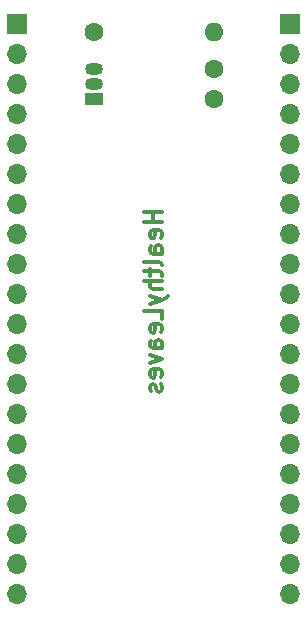
<source format=gbr>
%TF.GenerationSoftware,KiCad,Pcbnew,5.1.8-db9833491~87~ubuntu20.04.1*%
%TF.CreationDate,2020-11-15T22:53:27-05:00*%
%TF.ProjectId,shield,73686965-6c64-42e6-9b69-6361645f7063,rev?*%
%TF.SameCoordinates,Original*%
%TF.FileFunction,Soldermask,Bot*%
%TF.FilePolarity,Negative*%
%FSLAX46Y46*%
G04 Gerber Fmt 4.6, Leading zero omitted, Abs format (unit mm)*
G04 Created by KiCad (PCBNEW 5.1.8-db9833491~87~ubuntu20.04.1) date 2020-11-15 22:53:27*
%MOMM*%
%LPD*%
G01*
G04 APERTURE LIST*
%ADD10C,0.300000*%
%ADD11R,1.700000X1.700000*%
%ADD12O,1.700000X1.700000*%
%ADD13C,1.600000*%
%ADD14O,1.600000X1.600000*%
%ADD15R,1.500000X1.050000*%
%ADD16O,1.500000X1.050000*%
G04 APERTURE END LIST*
D10*
X140378571Y-94028571D02*
X138878571Y-94028571D01*
X139592857Y-94028571D02*
X139592857Y-94885714D01*
X140378571Y-94885714D02*
X138878571Y-94885714D01*
X140307142Y-96171428D02*
X140378571Y-96028571D01*
X140378571Y-95742857D01*
X140307142Y-95600000D01*
X140164285Y-95528571D01*
X139592857Y-95528571D01*
X139450000Y-95600000D01*
X139378571Y-95742857D01*
X139378571Y-96028571D01*
X139450000Y-96171428D01*
X139592857Y-96242857D01*
X139735714Y-96242857D01*
X139878571Y-95528571D01*
X140378571Y-97528571D02*
X139592857Y-97528571D01*
X139450000Y-97457142D01*
X139378571Y-97314285D01*
X139378571Y-97028571D01*
X139450000Y-96885714D01*
X140307142Y-97528571D02*
X140378571Y-97385714D01*
X140378571Y-97028571D01*
X140307142Y-96885714D01*
X140164285Y-96814285D01*
X140021428Y-96814285D01*
X139878571Y-96885714D01*
X139807142Y-97028571D01*
X139807142Y-97385714D01*
X139735714Y-97528571D01*
X140378571Y-98457142D02*
X140307142Y-98314285D01*
X140164285Y-98242857D01*
X138878571Y-98242857D01*
X139378571Y-98814285D02*
X139378571Y-99385714D01*
X138878571Y-99028571D02*
X140164285Y-99028571D01*
X140307142Y-99100000D01*
X140378571Y-99242857D01*
X140378571Y-99385714D01*
X140378571Y-99885714D02*
X138878571Y-99885714D01*
X140378571Y-100528571D02*
X139592857Y-100528571D01*
X139450000Y-100457142D01*
X139378571Y-100314285D01*
X139378571Y-100100000D01*
X139450000Y-99957142D01*
X139521428Y-99885714D01*
X139378571Y-101100000D02*
X140378571Y-101457142D01*
X139378571Y-101814285D02*
X140378571Y-101457142D01*
X140735714Y-101314285D01*
X140807142Y-101242857D01*
X140878571Y-101100000D01*
X140378571Y-103100000D02*
X140378571Y-102385714D01*
X138878571Y-102385714D01*
X140307142Y-104171428D02*
X140378571Y-104028571D01*
X140378571Y-103742857D01*
X140307142Y-103600000D01*
X140164285Y-103528571D01*
X139592857Y-103528571D01*
X139450000Y-103600000D01*
X139378571Y-103742857D01*
X139378571Y-104028571D01*
X139450000Y-104171428D01*
X139592857Y-104242857D01*
X139735714Y-104242857D01*
X139878571Y-103528571D01*
X140378571Y-105528571D02*
X139592857Y-105528571D01*
X139450000Y-105457142D01*
X139378571Y-105314285D01*
X139378571Y-105028571D01*
X139450000Y-104885714D01*
X140307142Y-105528571D02*
X140378571Y-105385714D01*
X140378571Y-105028571D01*
X140307142Y-104885714D01*
X140164285Y-104814285D01*
X140021428Y-104814285D01*
X139878571Y-104885714D01*
X139807142Y-105028571D01*
X139807142Y-105385714D01*
X139735714Y-105528571D01*
X139378571Y-106100000D02*
X140378571Y-106457142D01*
X139378571Y-106814285D01*
X140307142Y-107957142D02*
X140378571Y-107814285D01*
X140378571Y-107528571D01*
X140307142Y-107385714D01*
X140164285Y-107314285D01*
X139592857Y-107314285D01*
X139450000Y-107385714D01*
X139378571Y-107528571D01*
X139378571Y-107814285D01*
X139450000Y-107957142D01*
X139592857Y-108028571D01*
X139735714Y-108028571D01*
X139878571Y-107314285D01*
X140307142Y-108600000D02*
X140378571Y-108742857D01*
X140378571Y-109028571D01*
X140307142Y-109171428D01*
X140164285Y-109242857D01*
X140092857Y-109242857D01*
X139950000Y-109171428D01*
X139878571Y-109028571D01*
X139878571Y-108814285D01*
X139807142Y-108671428D01*
X139664285Y-108600000D01*
X139592857Y-108600000D01*
X139450000Y-108671428D01*
X139378571Y-108814285D01*
X139378571Y-109028571D01*
X139450000Y-109171428D01*
D11*
%TO.C,J1*%
X151257000Y-78105000D03*
D12*
X151257000Y-80645000D03*
X151257000Y-83185000D03*
X151257000Y-85725000D03*
X151257000Y-88265000D03*
X151257000Y-90805000D03*
X151257000Y-93345000D03*
X151257000Y-95885000D03*
X151257000Y-98425000D03*
X151257000Y-100965000D03*
X151257000Y-103505000D03*
X151257000Y-106045000D03*
X151257000Y-108585000D03*
X151257000Y-111125000D03*
X151257000Y-113665000D03*
X151257000Y-116205000D03*
X151257000Y-118745000D03*
X151257000Y-121285000D03*
X151257000Y-123825000D03*
X151257000Y-126365000D03*
%TD*%
%TO.C,J2*%
X128143000Y-126365000D03*
X128143000Y-123825000D03*
X128143000Y-121285000D03*
X128143000Y-118745000D03*
X128143000Y-116205000D03*
X128143000Y-113665000D03*
X128143000Y-111125000D03*
X128143000Y-108585000D03*
X128143000Y-106045000D03*
X128143000Y-103505000D03*
X128143000Y-100965000D03*
X128143000Y-98425000D03*
X128143000Y-95885000D03*
X128143000Y-93345000D03*
X128143000Y-90805000D03*
X128143000Y-88265000D03*
X128143000Y-85725000D03*
X128143000Y-83185000D03*
X128143000Y-80645000D03*
D11*
X128143000Y-78105000D03*
%TD*%
D13*
%TO.C,R1*%
X144780000Y-84455000D03*
X144780000Y-81915000D03*
%TD*%
D14*
%TO.C,R2*%
X144780000Y-78740000D03*
D13*
X134620000Y-78740000D03*
%TD*%
D15*
%TO.C,U1*%
X134620000Y-84455000D03*
D16*
X134620000Y-81915000D03*
X134620000Y-83185000D03*
%TD*%
M02*

</source>
